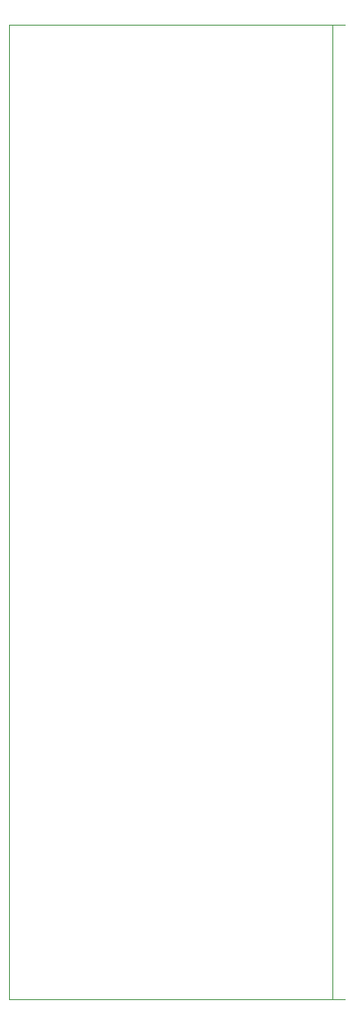
<source format=gbr>
%TF.GenerationSoftware,KiCad,Pcbnew,8.0.6*%
%TF.CreationDate,2024-11-27T18:57:58+00:00*%
%TF.ProjectId,wmk,776d6b2e-6b69-4636-9164-5f7063625858,rev?*%
%TF.SameCoordinates,Original*%
%TF.FileFunction,Profile,NP*%
%FSLAX46Y46*%
G04 Gerber Fmt 4.6, Leading zero omitted, Abs format (unit mm)*
G04 Created by KiCad (PCBNEW 8.0.6) date 2024-11-27 18:57:58*
%MOMM*%
%LPD*%
G01*
G04 APERTURE LIST*
%TA.AperFunction,Profile*%
%ADD10C,0.076200*%
%TD*%
G04 APERTURE END LIST*
D10*
X131231100Y-55003600D02*
X165771100Y-55003600D01*
X131231100Y-155003600D02*
X131231100Y-55003600D01*
X165771100Y-155003600D02*
X131231100Y-155003600D01*
X164500000Y-55000000D02*
X164500000Y-155000000D01*
M02*

</source>
